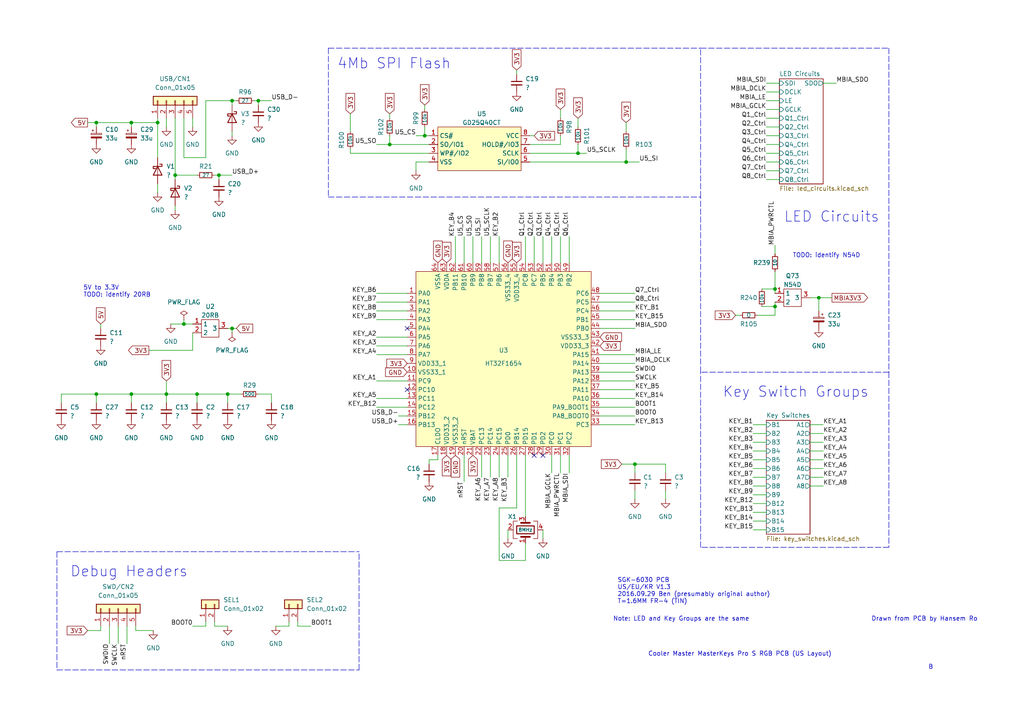
<source format=kicad_sch>
(kicad_sch (version 20211123) (generator eeschema)
  (paper "A4")
  (lib_symbols
    (symbol "Connector_Generic:Conn_01x02" (pin_names (offset 1.016) hide)
      (property "Reference" "J" (at 0 2.54 0))
      (property "Value" "Conn_01x02" (at 0 -5.08 0))
      (symbol "Conn_01x02_1_1"
        (rectangle (start -1.27 -2.413) (end 0 -2.667) (stroke (width 0.1524)))
        (rectangle (start -1.27 0.127) (end 0 -0.127) (stroke (width 0.1524)))
        (rectangle (start -1.27 1.27) (end 1.27 -3.81) (stroke (width 0.254)) (fill (type background)))
        (pin passive line (at -5.08 0 0) (length 3.81) (name "Pin_1") (number "1"))
        (pin passive line (at -5.08 -2.54 0) (length 3.81) (name "Pin_2") (number "2"))
      )
    )
    (symbol "Connector_Generic:Conn_01x05" (pin_names (offset 1.016) hide)
      (property "Reference" "J" (at 0 7.62 0))
      (property "Value" "Conn_01x05" (at 0 -7.62 0))
      (symbol "Conn_01x05_1_1"
        (rectangle (start -1.27 -4.953) (end 0 -5.207) (stroke (width 0.1524)))
        (rectangle (start -1.27 -2.413) (end 0 -2.667) (stroke (width 0.1524)))
        (rectangle (start -1.27 0.127) (end 0 -0.127) (stroke (width 0.1524)))
        (rectangle (start -1.27 2.667) (end 0 2.413) (stroke (width 0.1524)))
        (rectangle (start -1.27 5.207) (end 0 4.953) (stroke (width 0.1524)))
        (rectangle (start -1.27 6.35) (end 1.27 -6.35) (stroke (width 0.254)) (fill (type background)))
        (pin passive line (at -5.08 5.08 0) (length 3.81) (name "Pin_1") (number "1"))
        (pin passive line (at -5.08 2.54 0) (length 3.81) (name "Pin_2") (number "2"))
        (pin passive line (at -5.08 0 0) (length 3.81) (name "Pin_3") (number "3"))
        (pin passive line (at -5.08 -2.54 0) (length 3.81) (name "Pin_4") (number "4"))
        (pin passive line (at -5.08 -5.08 0) (length 3.81) (name "Pin_5") (number "5"))
      )
    )
    (symbol "Device:C_Polarized_Small" (pin_numbers hide) (pin_names (offset 0.254) hide)
      (property "Reference" "C" (at 0.254 1.778 0))
      (property "Value" "C_Polarized_Small" (at 0.254 -2.032 0))
      (symbol "C_Polarized_Small_0_1"
        (rectangle (start -1.524 -0.3048) (end 1.524 -0.6858) (fill (type outline)))
        (rectangle (start -1.524 0.6858) (end 1.524 0.3048))
        (polyline (pts (xy -1.27 1.524) (xy -0.762 1.524)))
        (polyline (pts (xy -1.016 1.27) (xy -1.016 1.778)))
      )
      (symbol "C_Polarized_Small_1_1"
        (pin passive line (at 0 2.54 270) (length 1.8542) (name "~") (number "1"))
        (pin passive line (at 0 -2.54 90) (length 1.8542) (name "~") (number "2"))
      )
    )
    (symbol "Device:C_Small" (pin_numbers hide) (pin_names (offset 0.254) hide)
      (property "Reference" "C" (at 0.254 1.778 0))
      (property "Value" "C_Small" (at 0.254 -2.032 0))
      (symbol "C_Small_0_1"
        (polyline (pts (xy -1.524 -0.508) (xy 1.524 -0.508)) (stroke (width 0.3302)))
        (polyline (pts (xy -1.524 0.508) (xy 1.524 0.508)) (stroke (width 0.3048)))
      )
      (symbol "C_Small_1_1"
        (pin passive line (at 0 2.54 270) (length 2.032) (name "~") (number "1"))
        (pin passive line (at 0 -2.54 90) (length 2.032) (name "~") (number "2"))
      )
    )
    (symbol "Device:Crystal_GND24" (pin_names (offset 1.016) hide)
      (property "Reference" "Y" (at 3.175 5.08 0))
      (property "Value" "Crystal_GND24" (at 3.175 3.175 0))
      (symbol "Crystal_GND24_0_1"
        (rectangle (start -1.143 2.54) (end 1.143 -2.54) (stroke (width 0.3048)))
        (polyline (pts (xy -2.54 0) (xy -2.032 0)))
        (polyline (pts (xy -2.032 -1.27) (xy -2.032 1.27)) (stroke (width 0.508)))
        (polyline (pts (xy 0 -3.81) (xy 0 -3.556)))
        (polyline (pts (xy 0 3.556) (xy 0 3.81)))
        (polyline (pts (xy 2.032 -1.27) (xy 2.032 1.27)) (stroke (width 0.508)))
        (polyline (pts (xy 2.032 0) (xy 2.54 0)))
        (polyline (pts (xy -2.54 -2.286) (xy -2.54 -3.556) (xy 2.54 -3.556) (xy 2.54 -2.286)))
        (polyline (pts (xy -2.54 2.286) (xy -2.54 3.556) (xy 2.54 3.556) (xy 2.54 2.286)))
      )
      (symbol "Crystal_GND24_1_1"
        (pin passive line (at -3.81 0 0) (length 1.27) (name "1") (number "1"))
        (pin passive line (at 0 5.08 270) (length 1.27) (name "2") (number "2"))
        (pin passive line (at 3.81 0 180) (length 1.27) (name "3") (number "3"))
        (pin passive line (at 0 -5.08 90) (length 1.27) (name "4") (number "4"))
      )
    )
    (symbol "Device:D_Schottky" (pin_numbers hide) (pin_names (offset 1.016) hide)
      (property "Reference" "D" (at 0 2.54 0))
      (property "Value" "D_Schottky" (at 0 -2.54 0))
      (symbol "D_Schottky_0_1"
        (polyline (pts (xy 1.27 0) (xy -1.27 0)))
        (polyline (pts (xy 1.27 1.27) (xy 1.27 -1.27) (xy -1.27 0) (xy 1.27 1.27)) (stroke (width 0.254)))
        (polyline (pts (xy -1.905 0.635) (xy -1.905 1.27) (xy -1.27 1.27) (xy -1.27 -1.27) (xy -0.635 -1.27) (xy -0.635 -0.635)) (stroke (width 0.254)))
      )
      (symbol "D_Schottky_1_1"
        (pin passive line (at -3.81 0 0) (length 2.54) (name "K") (number "1"))
        (pin passive line (at 3.81 0 180) (length 2.54) (name "A") (number "2"))
      )
    )
    (symbol "Device:R_Small" (pin_numbers hide) (pin_names (offset 0.254) hide)
      (property "Reference" "R" (at 0.762 0.508 0))
      (property "Value" "R_Small" (at 0.762 -1.016 0))
      (symbol "R_Small_0_1"
        (rectangle (start -0.762 1.778) (end 0.762 -1.778) (stroke (width 0.2032)))
      )
      (symbol "R_Small_1_1"
        (pin passive line (at 0 2.54 270) (length 0.762) (name "~") (number "1"))
        (pin passive line (at 0 -2.54 90) (length 0.762) (name "~") (number "2"))
      )
    )
    (symbol "GD25Q40C:GD25Q40C"
      (property "Reference" "U?" (at -11.43 7.62 0))
      (property "Value" "GD25Q40C" (at 8.89 -7.62 0))
      (symbol "GD25Q40C_0_1"
        (rectangle (start -12.7 6.35) (end 11.43 -6.35) (fill (type background)))
      )
      (symbol "GD25Q40C_1_1"
        (pin bidirectional line (at -15.24 3.81 0) (length 2.54) (name "CS#") (number "1"))
        (pin bidirectional line (at -15.24 1.27 0) (length 2.54) (name "SO/IO1") (number "2"))
        (pin bidirectional line (at -15.24 -1.27 0) (length 2.54) (name "WP#/IO2") (number "3"))
        (pin power_in line (at -15.24 -3.81 0) (length 2.54) (name "VSS") (number "4"))
        (pin bidirectional line (at 13.97 -3.81 180) (length 2.54) (name "SI/IO0") (number "5"))
        (pin bidirectional line (at 13.97 -1.27 180) (length 2.54) (name "SCLK") (number "6"))
        (pin bidirectional line (at 13.97 1.27 180) (length 2.54) (name "HOLD#/IO3") (number "7"))
        (pin power_in line (at 13.97 3.81 180) (length 2.54) (name "VCC") (number "8"))
      )
    )
    (symbol "HT32F1654:HT32F1654"
      (property "Reference" "U" (at -27.94 27.94 0))
      (property "Value" "HT32F1654" (at 26.67 -27.94 0))
      (symbol "HT32F1654_0_0"
        (pin bidirectional line (at -27.94 19.05 0) (length 2.54) (name "PA0") (number "1"))
        (pin power_in line (at -27.94 -3.81 0) (length 2.54) (name "VSS33_1") (number "10"))
        (pin bidirectional line (at -27.94 -6.35 0) (length 2.54) (name "PC9") (number "11"))
        (pin bidirectional line (at -27.94 -8.89 0) (length 2.54) (name "PC10") (number "12"))
        (pin bidirectional line (at -27.94 -11.43 0) (length 2.54) (name "PC11") (number "13"))
        (pin bidirectional line (at -27.94 -13.97 0) (length 2.54) (name "PC12") (number "14"))
        (pin bidirectional line (at -27.94 -16.51 0) (length 2.54) (name "PB12") (number "15"))
        (pin bidirectional line (at -27.94 -19.05 0) (length 2.54) (name "PB13") (number "16"))
        (pin bidirectional line (at -19.05 -27.94 90) (length 2.54) (name "CLDO") (number "17"))
        (pin power_in line (at -16.51 -27.94 90) (length 2.54) (name "VDD33_2") (number "18"))
        (pin power_in line (at -13.97 -27.94 90) (length 2.54) (name "VSS33_2") (number "19"))
        (pin bidirectional line (at -27.94 16.51 0) (length 2.54) (name "PA1") (number "2"))
        (pin input line (at -11.43 -27.94 90) (length 2.54) (name "nRST") (number "20"))
        (pin power_in line (at -8.89 -27.94 90) (length 2.54) (name "VBAT") (number "21"))
        (pin bidirectional line (at -6.35 -27.94 90) (length 2.54) (name "PC13") (number "22"))
        (pin bidirectional line (at -3.81 -27.94 90) (length 2.54) (name "PC14") (number "23"))
        (pin bidirectional line (at -1.27 -27.94 90) (length 2.54) (name "PC15") (number "24"))
        (pin bidirectional line (at 1.27 -27.94 90) (length 2.54) (name "PD0") (number "25"))
        (pin bidirectional line (at 3.81 -27.94 90) (length 2.54) (name "PB14") (number "26"))
        (pin bidirectional line (at 6.35 -27.94 90) (length 2.54) (name "PD15") (number "27"))
        (pin bidirectional line (at 8.89 -27.94 90) (length 2.54) (name "PD1") (number "28"))
        (pin bidirectional line (at 11.43 -27.94 90) (length 2.54) (name "PD2") (number "29"))
        (pin bidirectional line (at -27.94 13.97 0) (length 2.54) (name "PA2") (number "3"))
        (pin bidirectional line (at 13.97 -27.94 90) (length 2.54) (name "PC0") (number "30"))
        (pin bidirectional line (at 16.51 -27.94 90) (length 2.54) (name "PC1") (number "31"))
        (pin bidirectional line (at 19.05 -27.94 90) (length 2.54) (name "PC2") (number "32"))
        (pin bidirectional line (at 27.94 -19.05 180) (length 2.54) (name "PC3") (number "33"))
        (pin bidirectional line (at 27.94 -16.51 180) (length 2.54) (name "PA8_BOOT0") (number "34"))
        (pin bidirectional line (at 27.94 -13.97 180) (length 2.54) (name "PA9_BOOT1") (number "35"))
        (pin bidirectional line (at 27.94 -11.43 180) (length 2.54) (name "PA10") (number "36"))
        (pin bidirectional line (at 27.94 -8.89 180) (length 2.54) (name "PA11") (number "37"))
        (pin bidirectional line (at 27.94 -6.35 180) (length 2.54) (name "PA12") (number "38"))
        (pin bidirectional line (at 27.94 -3.81 180) (length 2.54) (name "PA13") (number "39"))
        (pin bidirectional line (at -27.94 11.43 0) (length 2.54) (name "PA3") (number "4"))
        (pin bidirectional line (at 27.94 -1.27 180) (length 2.54) (name "PA14") (number "40"))
        (pin bidirectional line (at 27.94 1.27 180) (length 2.54) (name "PA15") (number "41"))
        (pin power_in line (at 27.94 3.81 180) (length 2.54) (name "VDD33_3") (number "42"))
        (pin power_in line (at 27.94 6.35 180) (length 2.54) (name "VSS33_3") (number "43"))
        (pin bidirectional line (at 27.94 8.89 180) (length 2.54) (name "PB0") (number "44"))
        (pin bidirectional line (at 27.94 11.43 180) (length 2.54) (name "PB1") (number "45"))
        (pin bidirectional line (at 27.94 13.97 180) (length 2.54) (name "PC4") (number "46"))
        (pin bidirectional line (at 27.94 16.51 180) (length 2.54) (name "PC5") (number "47"))
        (pin bidirectional line (at 27.94 19.05 180) (length 2.54) (name "PC6") (number "48"))
        (pin bidirectional line (at 19.05 27.94 270) (length 2.54) (name "PB2") (number "49"))
        (pin bidirectional line (at -27.94 8.89 0) (length 2.54) (name "PA4") (number "5"))
        (pin bidirectional line (at 16.51 27.94 270) (length 2.54) (name "PB3") (number "50"))
        (pin bidirectional line (at 13.97 27.94 270) (length 2.54) (name "PB4") (number "51"))
        (pin bidirectional line (at 11.43 27.94 270) (length 2.54) (name "PB5") (number "52"))
        (pin bidirectional line (at 8.89 27.94 270) (length 2.54) (name "PC7") (number "53"))
        (pin bidirectional line (at 6.35 27.94 270) (length 2.54) (name "PC8") (number "54"))
        (pin power_in line (at 3.81 27.94 270) (length 2.54) (name "VDD33_4") (number "55"))
        (pin power_in line (at 1.27 27.94 270) (length 2.54) (name "VSS33_4") (number "56"))
        (pin bidirectional line (at -1.27 27.94 270) (length 2.54) (name "PB6") (number "57"))
        (pin bidirectional line (at -3.81 27.94 270) (length 2.54) (name "PB7") (number "58"))
        (pin bidirectional line (at -6.35 27.94 270) (length 2.54) (name "PB8") (number "59"))
        (pin bidirectional line (at -27.94 6.35 0) (length 2.54) (name "PA5") (number "6"))
        (pin bidirectional line (at -8.89 27.94 270) (length 2.54) (name "PB9") (number "60"))
        (pin bidirectional line (at -11.43 27.94 270) (length 2.54) (name "PB10") (number "61"))
        (pin bidirectional line (at -13.97 27.94 270) (length 2.54) (name "PB11") (number "62"))
        (pin power_in line (at -16.51 27.94 270) (length 2.54) (name "VDDA") (number "63"))
        (pin power_in line (at -19.05 27.94 270) (length 2.54) (name "VSSA") (number "64"))
        (pin bidirectional line (at -27.94 3.81 0) (length 2.54) (name "PA6") (number "7"))
        (pin bidirectional line (at -27.94 1.27 0) (length 2.54) (name "PA7") (number "8"))
        (pin power_in line (at -27.94 -1.27 0) (length 2.54) (name "VDD33_1") (number "9"))
      )
      (symbol "HT32F1654_0_1"
        (rectangle (start -25.4 -25.4) (end 25.4 25.4) (fill (type background)))
      )
    )
    (symbol "SMD_components:20RB"
      (property "Reference" "U" (at -2.54 3.81 0))
      (property "Value" "20RB" (at 0 -3.81 0))
      (symbol "20RB_0_0"
        (pin power_in line (at -5.08 1.27 0) (length 2.54) (name "1") (number "1"))
        (pin power_out line (at -5.08 -1.27 0) (length 2.54) (name "2") (number "2"))
        (pin power_in line (at 5.08 0 180) (length 2.54) (name "3") (number "3"))
      )
      (symbol "20RB_0_1"
        (rectangle (start -2.54 2.54) (end 2.54 -2.54))
      )
    )
    (symbol "SMD_components:N54D"
      (property "Reference" "U" (at -2.54 3.81 0))
      (property "Value" "N54D" (at 0 -3.81 0))
      (symbol "N54D_0_0"
        (pin unspecified line (at -5.08 1.27 0) (length 2.54) (name "1") (number "1"))
        (pin unspecified line (at -5.08 -1.27 0) (length 2.54) (name "2") (number "2"))
        (pin unspecified line (at 5.08 0 180) (length 2.54) (name "3") (number "3"))
      )
      (symbol "N54D_0_1"
        (rectangle (start -2.54 2.54) (end 2.54 -2.54))
      )
    )
    (symbol "power:GND" (power) (pin_names (offset 0))
      (property "Value" "GND" (at 0 -3.81 0))
      (symbol "GND_0_1"
        (polyline (pts (xy 0 0) (xy 0 -1.27) (xy 1.27 -1.27) (xy 0 -2.54) (xy -1.27 -1.27) (xy 0 -1.27)))
      )
      (symbol "GND_1_1"
        (pin power_in line (at 0 0 270) (length 0) hide (name "GND") (number "1"))
      )
    )
    (symbol "power:PWR_FLAG" (power) (pin_numbers hide) (pin_names (offset 0) hide)
      (property "Value" "PWR_FLAG" (at 0 3.81 0))
      (symbol "PWR_FLAG_0_0"
        (pin power_out line (at 0 0 90) (length 0) (name "pwr") (number "1"))
      )
      (symbol "PWR_FLAG_0_1"
        (polyline (pts (xy 0 0) (xy 0 1.27) (xy -1.016 1.905) (xy 0 2.54) (xy 1.016 1.905) (xy 0 1.27)))
      )
    )
  )
  (junction (at 67.31 95.25))
  (junction (at 224.79 88.9))
  (junction (at 123.19 39.37))
  (junction (at 27.94 114.3))
  (junction (at 66.04 114.3))
  (junction (at 113.03 41.91))
  (junction (at 38.1 114.3))
  (junction (at 50.8 50.8))
  (junction (at 45.72 35.56))
  (junction (at 38.1 35.56))
  (junction (at 53.34 93.98))
  (junction (at 74.93 29.21))
  (junction (at 224.79 83.82))
  (junction (at 48.26 114.3))
  (junction (at 67.31 29.21))
  (junction (at 181.61 46.99))
  (junction (at 27.94 35.56))
  (junction (at 184.15 134.62))
  (junction (at 63.5 50.8))
  (junction (at 57.15 114.3))
  (junction (at 237.49 86.36))
  (junction (at 167.64 44.45))
  (no_connect (at 118.11 95.25))
  (no_connect (at 118.11 113.03))
  (no_connect (at 154.94 132.08))
  (no_connect (at 157.48 132.08))
  (wire (pts (xy 74.93 114.3) (xy 78.74 114.3)))
  (wire (pts (xy 193.04 134.62) (xy 193.04 137.16)))
  (wire (pts (xy 222.25 39.37) (xy 226.06 39.37)))
  (wire (pts (xy 50.8 52.07) (xy 50.8 50.8)))
  (wire (pts (xy 218.44 123.19) (xy 222.25 123.19)))
  (wire (pts (xy 184.15 134.62) (xy 193.04 134.62)))
  (polyline (pts (xy 203.2 13.97) (xy 257.81 13.97)))
  (wire (pts (xy 109.22 118.11) (xy 118.11 118.11)))
  (wire (pts (xy 214.63 91.44) (xy 213.36 91.44)))
  (wire (pts (xy 234.95 128.27) (xy 238.76 128.27)))
  (wire (pts (xy 222.25 46.99) (xy 226.06 46.99)))
  (wire (pts (xy 101.6 43.18) (xy 101.6 44.45)))
  (wire (pts (xy 218.44 125.73) (xy 222.25 125.73)))
  (polyline (pts (xy 16.51 160.02) (xy 16.51 194.31)))
  (wire (pts (xy 45.72 34.29) (xy 45.72 35.56)))
  (wire (pts (xy 139.7 132.08) (xy 139.7 138.43)))
  (polyline (pts (xy 203.2 57.15) (xy 203.2 13.97)))
  (wire (pts (xy 165.1 132.08) (xy 165.1 137.16)))
  (wire (pts (xy 50.8 34.29) (xy 50.8 50.8)))
  (wire (pts (xy 157.48 153.67) (xy 157.48 156.21)))
  (wire (pts (xy 160.02 68.58) (xy 160.02 76.2)))
  (wire (pts (xy 222.25 36.83) (xy 226.06 36.83)))
  (wire (pts (xy 218.44 133.35) (xy 222.25 133.35)))
  (wire (pts (xy 53.34 92.71) (xy 53.34 93.98)))
  (wire (pts (xy 67.31 95.25) (xy 67.31 96.52)))
  (wire (pts (xy 142.24 68.58) (xy 142.24 76.2)))
  (wire (pts (xy 120.65 49.53) (xy 120.65 46.99)))
  (wire (pts (xy 173.99 85.09) (xy 184.15 85.09)))
  (wire (pts (xy 127 133.35) (xy 127 132.08)))
  (wire (pts (xy 224.79 83.82) (xy 220.98 83.82)))
  (wire (pts (xy 193.04 144.78) (xy 193.04 142.24)))
  (wire (pts (xy 218.44 153.67) (xy 222.25 153.67)))
  (wire (pts (xy 124.46 133.35) (xy 127 133.35)))
  (wire (pts (xy 162.56 31.75) (xy 162.56 34.29)))
  (wire (pts (xy 222.25 52.07) (xy 226.06 52.07)))
  (wire (pts (xy 234.95 123.19) (xy 238.76 123.19)))
  (wire (pts (xy 162.56 39.37) (xy 162.56 41.91)))
  (wire (pts (xy 62.23 181.61) (xy 66.04 181.61)))
  (wire (pts (xy 49.53 93.98) (xy 53.34 93.98)))
  (wire (pts (xy 218.44 135.89) (xy 222.25 135.89)))
  (wire (pts (xy 36.83 181.61) (xy 36.83 186.69)))
  (wire (pts (xy 162.56 132.08) (xy 162.56 137.16)))
  (wire (pts (xy 109.22 110.49) (xy 118.11 110.49)))
  (wire (pts (xy 120.65 46.99) (xy 124.46 46.99)))
  (wire (pts (xy 48.26 110.49) (xy 48.26 114.3)))
  (wire (pts (xy 27.94 114.3) (xy 27.94 116.84)))
  (wire (pts (xy 224.79 91.44) (xy 219.71 91.44)))
  (wire (pts (xy 34.29 181.61) (xy 34.29 186.69)))
  (wire (pts (xy 153.67 41.91) (xy 162.56 41.91)))
  (wire (pts (xy 27.94 36.83) (xy 27.94 35.56)))
  (wire (pts (xy 109.22 90.17) (xy 118.11 90.17)))
  (wire (pts (xy 173.99 107.95) (xy 184.15 107.95)))
  (polyline (pts (xy 95.25 13.97) (xy 95.25 57.15)))
  (wire (pts (xy 173.99 92.71) (xy 184.15 92.71)))
  (wire (pts (xy 109.22 85.09) (xy 118.11 85.09)))
  (wire (pts (xy 218.44 151.13) (xy 222.25 151.13)))
  (wire (pts (xy 144.78 68.58) (xy 144.78 76.2)))
  (wire (pts (xy 152.4 68.58) (xy 152.4 76.2)))
  (wire (pts (xy 59.69 45.72) (xy 59.69 29.21)))
  (wire (pts (xy 184.15 144.78) (xy 184.15 142.24)))
  (wire (pts (xy 184.15 137.16) (xy 184.15 134.62)))
  (wire (pts (xy 180.34 134.62) (xy 184.15 134.62)))
  (wire (pts (xy 109.22 41.91) (xy 113.03 41.91)))
  (wire (pts (xy 218.44 140.97) (xy 222.25 140.97)))
  (wire (pts (xy 149.86 20.32) (xy 149.86 21.59)))
  (wire (pts (xy 78.74 114.3) (xy 78.74 116.84)))
  (wire (pts (xy 109.22 102.87) (xy 118.11 102.87)))
  (wire (pts (xy 181.61 46.99) (xy 185.42 46.99)))
  (wire (pts (xy 115.57 120.65) (xy 118.11 120.65)))
  (wire (pts (xy 80.01 181.61) (xy 83.82 181.61)))
  (wire (pts (xy 222.25 31.75) (xy 226.06 31.75)))
  (wire (pts (xy 113.03 33.02) (xy 113.03 34.29)))
  (wire (pts (xy 101.6 33.02) (xy 101.6 38.1)))
  (wire (pts (xy 29.21 93.98) (xy 29.21 95.25)))
  (polyline (pts (xy 257.81 107.95) (xy 257.81 158.75)))
  (wire (pts (xy 137.16 68.58) (xy 137.16 76.2)))
  (wire (pts (xy 25.4 35.56) (xy 27.94 35.56)))
  (wire (pts (xy 222.25 49.53) (xy 226.06 49.53)))
  (wire (pts (xy 160.02 132.08) (xy 160.02 137.16)))
  (wire (pts (xy 134.62 132.08) (xy 134.62 139.7)))
  (wire (pts (xy 173.99 120.65) (xy 184.15 120.65)))
  (wire (pts (xy 147.32 153.67) (xy 147.32 156.21)))
  (wire (pts (xy 109.22 92.71) (xy 118.11 92.71)))
  (wire (pts (xy 63.5 50.8) (xy 63.5 52.07)))
  (polyline (pts (xy 203.2 107.95) (xy 203.2 57.15)))
  (wire (pts (xy 48.26 34.29) (xy 48.26 36.83)))
  (polyline (pts (xy 95.25 57.15) (xy 203.2 57.15)))
  (wire (pts (xy 55.88 96.52) (xy 55.88 101.6)))
  (polyline (pts (xy 95.25 13.97) (xy 203.2 13.97)))
  (wire (pts (xy 45.72 35.56) (xy 45.72 45.72)))
  (wire (pts (xy 234.95 135.89) (xy 238.76 135.89)))
  (polyline (pts (xy 257.81 107.95) (xy 203.2 107.95)))
  (wire (pts (xy 17.78 114.3) (xy 27.94 114.3)))
  (wire (pts (xy 144.78 147.32) (xy 149.86 147.32)))
  (wire (pts (xy 152.4 157.48) (xy 152.4 162.56)))
  (wire (pts (xy 45.72 53.34) (xy 45.72 55.88)))
  (wire (pts (xy 55.88 93.98) (xy 53.34 93.98)))
  (wire (pts (xy 222.25 41.91) (xy 226.06 41.91)))
  (wire (pts (xy 66.04 114.3) (xy 69.85 114.3)))
  (wire (pts (xy 59.69 181.61) (xy 55.88 181.61)))
  (wire (pts (xy 109.22 100.33) (xy 118.11 100.33)))
  (wire (pts (xy 153.67 39.37) (xy 154.94 39.37)))
  (wire (pts (xy 222.25 34.29) (xy 226.06 34.29)))
  (wire (pts (xy 113.03 41.91) (xy 124.46 41.91)))
  (wire (pts (xy 181.61 38.1) (xy 181.61 35.56)))
  (wire (pts (xy 17.78 116.84) (xy 17.78 114.3)))
  (wire (pts (xy 237.49 86.36) (xy 237.49 90.17)))
  (wire (pts (xy 167.64 44.45) (xy 170.18 44.45)))
  (wire (pts (xy 67.31 29.21) (xy 67.31 30.48)))
  (wire (pts (xy 123.19 30.48) (xy 123.19 31.75)))
  (wire (pts (xy 134.62 68.58) (xy 134.62 76.2)))
  (wire (pts (xy 224.79 83.82) (xy 224.79 78.74)))
  (wire (pts (xy 123.19 39.37) (xy 124.46 39.37)))
  (wire (pts (xy 152.4 132.08) (xy 152.4 149.86)))
  (wire (pts (xy 237.49 86.36) (xy 241.3 86.36)))
  (wire (pts (xy 234.95 130.81) (xy 238.76 130.81)))
  (wire (pts (xy 74.93 29.21) (xy 78.74 29.21)))
  (wire (pts (xy 153.67 44.45) (xy 167.64 44.45)))
  (wire (pts (xy 120.65 39.37) (xy 123.19 39.37)))
  (wire (pts (xy 173.99 95.25) (xy 184.15 95.25)))
  (polyline (pts (xy 16.51 194.31) (xy 104.14 194.31)))
  (wire (pts (xy 152.4 162.56) (xy 144.78 162.56)))
  (polyline (pts (xy 16.51 160.02) (xy 104.14 160.02)))
  (wire (pts (xy 50.8 50.8) (xy 57.15 50.8)))
  (wire (pts (xy 139.7 68.58) (xy 139.7 76.2)))
  (wire (pts (xy 149.86 147.32) (xy 149.86 132.08)))
  (wire (pts (xy 113.03 39.37) (xy 113.03 41.91)))
  (wire (pts (xy 109.22 115.57) (xy 118.11 115.57)))
  (wire (pts (xy 218.44 148.59) (xy 222.25 148.59)))
  (wire (pts (xy 234.95 133.35) (xy 238.76 133.35)))
  (polyline (pts (xy 257.81 158.75) (xy 203.2 158.75)))
  (wire (pts (xy 109.22 97.79) (xy 118.11 97.79)))
  (wire (pts (xy 132.08 68.58) (xy 132.08 76.2)))
  (wire (pts (xy 109.22 87.63) (xy 118.11 87.63)))
  (wire (pts (xy 234.95 86.36) (xy 237.49 86.36)))
  (wire (pts (xy 173.99 90.17) (xy 184.15 90.17)))
  (wire (pts (xy 101.6 44.45) (xy 124.46 44.45)))
  (wire (pts (xy 167.64 41.91) (xy 167.64 44.45)))
  (wire (pts (xy 67.31 29.21) (xy 68.58 29.21)))
  (wire (pts (xy 53.34 45.72) (xy 59.69 45.72)))
  (polyline (pts (xy 257.81 13.97) (xy 257.81 107.95)))
  (wire (pts (xy 53.34 34.29) (xy 53.34 45.72)))
  (wire (pts (xy 173.99 105.41) (xy 184.15 105.41)))
  (wire (pts (xy 86.36 181.61) (xy 90.17 181.61)))
  (wire (pts (xy 142.24 132.08) (xy 142.24 138.43)))
  (wire (pts (xy 31.75 181.61) (xy 31.75 186.69)))
  (wire (pts (xy 27.94 35.56) (xy 38.1 35.56)))
  (wire (pts (xy 173.99 102.87) (xy 184.15 102.87)))
  (wire (pts (xy 224.79 85.09) (xy 224.79 83.82)))
  (wire (pts (xy 224.79 87.63) (xy 224.79 88.9)))
  (wire (pts (xy 38.1 116.84) (xy 38.1 114.3)))
  (wire (pts (xy 157.48 68.58) (xy 157.48 76.2)))
  (polyline (pts (xy 203.2 158.75) (xy 203.2 107.95)))
  (wire (pts (xy 218.44 130.81) (xy 222.25 130.81)))
  (wire (pts (xy 25.4 182.88) (xy 29.21 182.88)))
  (wire (pts (xy 45.72 35.56) (xy 38.1 35.56)))
  (wire (pts (xy 222.25 26.67) (xy 226.06 26.67)))
  (wire (pts (xy 57.15 114.3) (xy 57.15 116.84)))
  (wire (pts (xy 224.79 73.66) (xy 224.79 71.12)))
  (wire (pts (xy 66.04 95.25) (xy 67.31 95.25)))
  (wire (pts (xy 144.78 132.08) (xy 144.78 138.43)))
  (wire (pts (xy 144.78 162.56) (xy 144.78 147.32)))
  (wire (pts (xy 224.79 88.9) (xy 220.98 88.9)))
  (wire (pts (xy 48.26 114.3) (xy 57.15 114.3)))
  (wire (pts (xy 74.93 29.21) (xy 74.93 30.48)))
  (wire (pts (xy 55.88 101.6) (xy 43.18 101.6)))
  (wire (pts (xy 55.88 34.29) (xy 55.88 36.83)))
  (wire (pts (xy 222.25 24.13) (xy 226.06 24.13)))
  (wire (pts (xy 173.99 115.57) (xy 184.15 115.57)))
  (wire (pts (xy 242.57 24.13) (xy 238.76 24.13)))
  (wire (pts (xy 50.8 60.96) (xy 50.8 59.69)))
  (wire (pts (xy 27.94 114.3) (xy 38.1 114.3)))
  (wire (pts (xy 62.23 180.34) (xy 62.23 181.61)))
  (polyline (pts (xy 104.14 194.31) (xy 104.14 160.02)))
  (wire (pts (xy 234.95 138.43) (xy 238.76 138.43)))
  (wire (pts (xy 167.64 34.29) (xy 167.64 36.83)))
  (wire (pts (xy 73.66 29.21) (xy 74.93 29.21)))
  (wire (pts (xy 165.1 68.58) (xy 165.1 76.2)))
  (wire (pts (xy 39.37 182.88) (xy 44.45 182.88)))
  (wire (pts (xy 48.26 116.84) (xy 48.26 114.3)))
  (wire (pts (xy 218.44 128.27) (xy 222.25 128.27)))
  (wire (pts (xy 173.99 110.49) (xy 184.15 110.49)))
  (wire (pts (xy 147.32 132.08) (xy 147.32 138.43)))
  (wire (pts (xy 173.99 123.19) (xy 184.15 123.19)))
  (wire (pts (xy 218.44 143.51) (xy 222.25 143.51)))
  (wire (pts (xy 123.19 36.83) (xy 123.19 39.37)))
  (wire (pts (xy 218.44 146.05) (xy 222.25 146.05)))
  (wire (pts (xy 62.23 50.8) (xy 63.5 50.8)))
  (wire (pts (xy 63.5 50.8) (xy 67.31 50.8)))
  (wire (pts (xy 224.79 88.9) (xy 224.79 91.44)))
  (wire (pts (xy 29.21 182.88) (xy 29.21 181.61)))
  (wire (pts (xy 38.1 114.3) (xy 48.26 114.3)))
  (wire (pts (xy 83.82 181.61) (xy 83.82 180.34)))
  (wire (pts (xy 59.69 29.21) (xy 67.31 29.21)))
  (wire (pts (xy 154.94 68.58) (xy 154.94 76.2)))
  (wire (pts (xy 222.25 44.45) (xy 226.06 44.45)))
  (wire (pts (xy 173.99 113.03) (xy 184.15 113.03)))
  (wire (pts (xy 57.15 114.3) (xy 66.04 114.3)))
  (wire (pts (xy 173.99 87.63) (xy 184.15 87.63)))
  (wire (pts (xy 234.95 125.73) (xy 238.76 125.73)))
  (wire (pts (xy 222.25 29.21) (xy 226.06 29.21)))
  (wire (pts (xy 181.61 43.18) (xy 181.61 46.99)))
  (wire (pts (xy 124.46 133.35) (xy 124.46 134.62)))
  (wire (pts (xy 67.31 39.37) (xy 67.31 38.1)))
  (wire (pts (xy 218.44 138.43) (xy 222.25 138.43)))
  (wire (pts (xy 38.1 35.56) (xy 38.1 36.83)))
  (wire (pts (xy 173.99 118.11) (xy 184.15 118.11)))
  (wire (pts (xy 115.57 123.19) (xy 118.11 123.19)))
  (wire (pts (xy 86.36 180.34) (xy 86.36 181.61)))
  (wire (pts (xy 153.67 46.99) (xy 181.61 46.99)))
  (wire (pts (xy 59.69 180.34) (xy 59.69 181.61)))
  (wire (pts (xy 234.95 140.97) (xy 238.76 140.97)))
  (wire (pts (xy 67.31 95.25) (xy 68.58 95.25)))
  (wire (pts (xy 162.56 68.58) (xy 162.56 76.2)))
  (wire (pts (xy 66.04 116.84) (xy 66.04 114.3)))
  (wire (pts (xy 39.37 181.61) (xy 39.37 182.88)))
  (text "TODO: identify N54D" (at 229.87 74.93 0) (effects (font (size 1.27 1.27)) (justify left bottom)))
  (text "4Mb SPI Flash" (at 97.79 20.32 0) (effects (font (size 3 3)) (justify left bottom)))
  (text "Cooler Master MasterKeys Pro S RGB PCB (US Layout)" (at 187.96 190.5 0) (effects (font (size 1.27 1.27)) (justify left bottom)))
  (text "LED Circuits" (at 227.33 64.77 0) (effects (font (size 3 3)) (justify left bottom)))
  (text "Key Switch Groups" (at 209.55 115.57 0) (effects (font (size 3 3)) (justify left bottom)))
  (text "B" (at 269.24 194.31 0) (effects (font (size 1.27 1.27)) (justify left bottom)))
  (text "Debug Headers" (at 20.32 167.64 0) (effects (font (size 3 3)) (justify left bottom)))
  (text "SGK-6030 PCB\nUS/EU/KR V1.3\n2016.09.29 Ben (presumably original author)\nT=1.6MM FR-4 (TIN)" (at 179.07 175.26 0) (effects (font (size 1.27 1.27)) (justify left bottom)))
  (text "Note: LED and Key Groups are the same" (at 177.8 180.34 0) (effects (font (size 1.27 1.27)) (justify left bottom)))
  (text "5V to 3.3V\nTODO: identify 20RB" (at 24.13 86.36 0) (effects (font (size 1.27 1.27)) (justify left bottom)))
  (text "Drawn from PCB by Hansem Ro" (at 252.73 180.34 0) (effects (font (size 1.27 1.27)) (justify left bottom)))
  (label "U5_SI" (at 139.7 68.58 90))
  (label "KEY_B7" (at 109.22 87.63 180))
  (label "KEY_B6" (at 109.22 85.09 180))
  (label "KEY_B4" (at 132.08 68.58 90))
  (label "KEY_A4" (at 238.76 130.81 0))
  (label "KEY_A2" (at 238.76 125.73 0))
  (label "U5_SO" (at 109.22 41.91 180))
  (label "KEY_B15" (at 184.15 92.71 0))
  (label "KEY_A5" (at 238.76 133.35 0))
  (label "BOOT1" (at 184.15 118.11 0))
  (label "U5_SCLK" (at 170.18 44.45 0))
  (label "KEY_B3" (at 147.32 138.43 270))
  (label "MBIA_GCLK" (at 160.02 137.16 270))
  (label "Q7_Ctrl" (at 222.25 49.53 180))
  (label "KEY_B5" (at 218.44 133.35 180))
  (label "Q1_Ctrl" (at 152.4 68.58 90))
  (label "KEY_A3" (at 238.76 128.27 0))
  (label "USB_D+" (at 67.31 50.8 0))
  (label "KEY_B2" (at 144.78 68.58 90))
  (label "KEY_B3" (at 218.44 128.27 180))
  (label "MBIA_LE" (at 222.25 29.21 180))
  (label "Q1_Ctrl" (at 222.25 34.29 180))
  (label "KEY_B1" (at 218.44 123.19 180))
  (label "Q8_Ctrl" (at 222.25 52.07 180))
  (label "Q2_Ctrl" (at 222.25 36.83 180))
  (label "KEY_B9" (at 218.44 143.51 180))
  (label "KEY_B13" (at 218.44 148.59 180))
  (label "KEY_B14" (at 218.44 151.13 180))
  (label "KEY_B5" (at 184.15 113.03 0))
  (label "SWCLK" (at 34.29 186.69 270))
  (label "U5_SI" (at 185.42 46.99 0))
  (label "U5_SO" (at 137.16 68.58 90))
  (label "U5_CS" (at 134.62 68.58 90))
  (label "KEY_A6" (at 139.7 138.43 270))
  (label "MBIA_LE" (at 184.15 102.87 0))
  (label "Q8_Ctrl" (at 184.15 87.63 0))
  (label "Q5_Ctrl" (at 162.56 68.58 90))
  (label "SWDIO" (at 31.75 186.69 270))
  (label "KEY_A8" (at 144.78 138.43 270))
  (label "KEY_B7" (at 218.44 138.43 180))
  (label "Q3_Ctrl" (at 222.25 39.37 180))
  (label "KEY_B8" (at 218.44 140.97 180))
  (label "Q5_Ctrl" (at 222.25 44.45 180))
  (label "MBIA_SDO" (at 242.57 24.13 0))
  (label "KEY_B6" (at 218.44 135.89 180))
  (label "USB_D-" (at 115.57 120.65 180))
  (label "BOOT1" (at 90.17 181.61 0))
  (label "Q7_Ctrl" (at 184.15 85.09 0))
  (label "KEY_B4" (at 218.44 130.81 180))
  (label "KEY_B8" (at 109.22 90.17 180))
  (label "USB_D+" (at 115.57 123.19 180))
  (label "KEY_A8" (at 238.76 140.97 0))
  (label "KEY_B15" (at 218.44 153.67 180))
  (label "MBIA_PWRCTL" (at 224.79 71.12 90))
  (label "KEY_A5" (at 109.22 115.57 180))
  (label "KEY_B9" (at 109.22 92.71 180))
  (label "KEY_B2" (at 218.44 125.73 180))
  (label "Q3_Ctrl" (at 157.48 68.58 90))
  (label "Q6_Ctrl" (at 222.25 46.99 180))
  (label "KEY_B12" (at 218.44 146.05 180))
  (label "KEY_B14" (at 184.15 115.57 0))
  (label "MBIA_SDO" (at 184.15 95.25 0))
  (label "BOOT0" (at 184.15 120.65 0))
  (label "nRST" (at 36.83 186.69 270))
  (label "KEY_B13" (at 184.15 123.19 0))
  (label "MBIA_DCLK" (at 184.15 105.41 0))
  (label "MBIA_SDI" (at 222.25 24.13 180))
  (label "KEY_A2" (at 109.22 97.79 180))
  (label "MBIA_SDI" (at 165.1 137.16 270))
  (label "KEY_A1" (at 238.76 123.19 0))
  (label "KEY_A3" (at 109.22 100.33 180))
  (label "U5_CS" (at 120.65 39.37 180))
  (label "MBIA_PWRCTL" (at 162.56 137.16 270))
  (label "KEY_A1" (at 109.22 110.49 180))
  (label "MBIA_DCLK" (at 222.25 26.67 180))
  (label "Q4_Ctrl" (at 222.25 41.91 180))
  (label "Q2_Ctrl" (at 154.94 68.58 90))
  (label "MBIA_GCLK" (at 222.25 31.75 180))
  (label "KEY_B12" (at 109.22 118.11 180))
  (label "KEY_A4" (at 109.22 102.87 180))
  (label "KEY_A6" (at 238.76 135.89 0))
  (label "KEY_A7" (at 238.76 138.43 0))
  (label "KEY_B1" (at 184.15 90.17 0))
  (label "Q4_Ctrl" (at 160.02 68.58 90))
  (label "nRST" (at 134.62 139.7 270))
  (label "KEY_A7" (at 142.24 138.43 270))
  (label "SWDIO" (at 184.15 107.95 0))
  (label "BOOT0" (at 55.88 181.61 180))
  (label "U5_SCLK" (at 142.24 68.58 90))
  (label "Q6_Ctrl" (at 165.1 68.58 90))
  (label "SWCLK" (at 184.15 110.49 0))
  (label "USB_D-" (at 78.74 29.21 0))
  (global_label "3V3" (shape input) (at 180.34 134.62 180) (property "Intersheet References" "${INTERSHEET_REFS}" (effects hide)))
  (global_label "3V3" (shape input) (at 25.4 182.88 180) (property "Intersheet References" "${INTERSHEET_REFS}" (effects hide)))
  (global_label "GND" (shape input) (at 173.99 97.79 0) (property "Intersheet References" "${INTERSHEET_REFS}" (effects hide)))
  (global_label "3V3" (shape input) (at 181.61 35.56 90) (property "Intersheet References" "${INTERSHEET_REFS}" (effects hide)))
  (global_label "3V3" (shape input) (at 113.03 33.02 90) (property "Intersheet References" "${INTERSHEET_REFS}" (effects hide)))
  (global_label "3V3" (shape input) (at 129.54 76.2 90) (property "Intersheet References" "${INTERSHEET_REFS}" (effects hide)))
  (global_label "5V" (shape input) (at 68.58 95.25 0) (property "Intersheet References" "${INTERSHEET_REFS}" (effects hide)))
  (global_label "5V" (shape input) (at 29.21 93.98 90) (property "Intersheet References" "${INTERSHEET_REFS}" (effects hide)))
  (global_label "3V3" (shape input) (at 154.94 39.37 0) (property "Intersheet References" "${INTERSHEET_REFS}" (effects hide)))
  (global_label "GND" (shape input) (at 118.11 107.95 180) (property "Intersheet References" "${INTERSHEET_REFS}" (effects hide)))
  (global_label "3V3" (shape input) (at 162.56 31.75 90) (property "Intersheet References" "${INTERSHEET_REFS}" (effects hide)))
  (global_label "3V3" (shape input) (at 101.6 33.02 90) (property "Intersheet References" "${INTERSHEET_REFS}" (effects hide)))
  (global_label "MBIA3V3" (shape output) (at 241.3 86.36 0) (property "Intersheet References" "${INTERSHEET_REFS}" (effects hide)))
  (global_label "5V" (shape output) (at 25.4 35.56 180) (property "Intersheet References" "${INTERSHEET_REFS}" (effects hide)))
  (global_label "3V3" (shape input) (at 118.11 105.41 180) (property "Intersheet References" "${INTERSHEET_REFS}" (effects hide)))
  (global_label "GND" (shape input) (at 132.08 132.08 270) (property "Intersheet References" "${INTERSHEET_REFS}" (effects hide)))
  (global_label "3V3" (shape input) (at 167.64 34.29 90) (property "Intersheet References" "${INTERSHEET_REFS}" (effects hide)))
  (global_label "3V3" (shape input) (at 129.54 132.08 270) (property "Intersheet References" "${INTERSHEET_REFS}" (effects hide)))
  (global_label "3V3" (shape input) (at 149.86 76.2 90) (property "Intersheet References" "${INTERSHEET_REFS}" (effects hide)))
  (global_label "3V3" (shape output) (at 43.18 101.6 180) (property "Intersheet References" "${INTERSHEET_REFS}" (effects hide)))
  (global_label "3V3" (shape input) (at 213.36 91.44 180) (property "Intersheet References" "${INTERSHEET_REFS}" (effects hide)))
  (global_label "GND" (shape input) (at 147.32 76.2 90) (property "Intersheet References" "${INTERSHEET_REFS}" (effects hide)))
  (global_label "3V3" (shape input) (at 48.26 110.49 90) (property "Intersheet References" "${INTERSHEET_REFS}" (effects hide)))
  (global_label "GND" (shape input) (at 127 76.2 90) (property "Intersheet References" "${INTERSHEET_REFS}" (effects hide)))
  (global_label "3V3" (shape input) (at 173.99 100.33 0) (property "Intersheet References" "${INTERSHEET_REFS}" (effects hide)))
  (global_label "3V3" (shape input) (at 149.86 20.32 90) (property "Intersheet References" "${INTERSHEET_REFS}" (effects hide)))
  (global_label "3V3" (shape input) (at 123.19 30.48 90) (property "Intersheet References" "${INTERSHEET_REFS}" (effects hide)))
  (global_label "3V3" (shape input) (at 137.16 132.08 270) (property "Intersheet References" "${INTERSHEET_REFS}" (effects hide)))
  (symbol (lib_id "Device:C_Small") (at 29.21 97.79 0) (unit 1)
    (property "Reference" "C11" (at 31.75 96.5262 0) (effects (justify left)))
    (property "Value" "?" (at 31.75 99.0662 0) (effects (justify left)))
  )
  (symbol (lib_id "SMD_components:N54D") (at 229.87 86.36 0) (unit 1)
    (property "Reference" "Q73" (at 229.87 80.01 0))
    (property "Value" "N54D" (at 229.87 82.55 0))
  )
  (symbol (lib_id "Device:Crystal_GND24") (at 152.4 153.67 90) (unit 1)
    (property "Reference" "X1" (at 148.59 149.86 90))
    (property "Value" "8MHz" (at 152.4 153.67 90) (effects (font (size 1 1))))
  )
  (symbol (lib_id "HT32F1654:HT32F1654") (at 146.05 104.14 0) (unit 1)
    (property "Reference" "U3" (at 146.05 101.6 0))
    (property "Value" "HT32F1654" (at 146.05 105.41 0))
  )
  (symbol (lib_id "Connector_Generic:Conn_01x02") (at 59.69 175.26 90) (unit 1)
    (property "Reference" "SEL1" (at 64.77 173.9899 90) (effects (justify right)))
    (property "Value" "Conn_01x02" (at 64.77 176.5299 90) (effects (justify right)))
  )
  (symbol (lib_id "Device:C_Small") (at 38.1 119.38 0) (unit 1)
    (property "Reference" "C12" (at 40.64 118.1162 0) (effects (justify left)))
    (property "Value" "?" (at 40.64 120.6562 0) (effects (justify left)))
  )
  (symbol (lib_id "power:GND") (at 184.15 144.78 0) (unit 1)
    (property "Reference" "#PWR0121" (effects hide))
    (property "Value" "GND" (at 184.15 149.86 0))
  )
  (symbol (lib_id "Device:D_Schottky") (at 45.72 49.53 270) (unit 1)
    (property "Reference" "V1" (at 48.26 48.2599 90) (effects (justify left)))
    (property "Value" "?" (at 48.26 50.7999 90) (effects (justify left)))
  )
  (symbol (lib_id "power:GND") (at 80.01 181.61 0) (unit 1)
    (property "Reference" "#PWR0186" (effects hide))
    (property "Value" "GND" (at 80.01 186.69 0))
  )
  (symbol (lib_id "Device:R_Small") (at 167.64 39.37 0) (mirror x) (unit 1)
    (property "Reference" "R101" (at 170.18 39.37 90))
    (property "Value" "10k" (at 167.64 39.37 90) (effects (font (size 1 1))))
  )
  (symbol (lib_id "power:GND") (at 50.8 60.96 0) (unit 1)
    (property "Reference" "#PWR0113" (effects hide))
    (property "Value" "GND" (at 50.8 66.04 0))
  )
  (symbol (lib_id "Device:C_Small") (at 74.93 33.02 0) (unit 1)
    (property "Reference" "C30" (at 77.47 31.7562 0) (effects (justify left)))
    (property "Value" "?" (at 77.47 34.2962 0) (effects (justify left)))
  )
  (symbol (lib_id "Device:C_Small") (at 27.94 119.38 0) (unit 1)
    (property "Reference" "C27" (at 30.48 118.1162 0) (effects (justify left)))
    (property "Value" "?" (at 30.48 120.6562 0) (effects (justify left)))
  )
  (symbol (lib_id "power:GND") (at 17.78 121.92 0) (unit 1)
    (property "Reference" "#PWR0107" (effects hide))
    (property "Value" "GND" (at 17.78 127 0))
  )
  (symbol (lib_id "power:GND") (at 55.88 36.83 0) (unit 1)
    (property "Reference" "#PWR0112" (effects hide))
    (property "Value" "GND" (at 55.88 41.91 0))
  )
  (symbol (lib_id "power:GND") (at 57.15 121.92 0) (unit 1)
    (property "Reference" "#PWR0103" (effects hide))
    (property "Value" "GND" (at 57.15 127 0))
  )
  (symbol (lib_id "Device:C_Small") (at 193.04 139.7 0) (unit 1)
    (property "Reference" "C3" (at 195.58 138.43 0) (effects (justify left)))
    (property "Value" "?" (at 195.58 140.97 0) (effects (justify left)))
  )
  (symbol (lib_id "power:GND") (at 49.53 93.98 0) (unit 1)
    (property "Reference" "#PWR0111" (effects hide))
    (property "Value" "GND" (at 49.53 99.06 0))
  )
  (symbol (lib_id "Device:R_Small") (at 217.17 91.44 270) (unit 1)
    (property "Reference" "R105" (at 217.17 93.98 90))
    (property "Value" "0" (at 217.17 91.44 90))
  )
  (symbol (lib_id "power:GND") (at 66.04 181.61 0) (unit 1)
    (property "Reference" "#PWR0185" (effects hide))
    (property "Value" "GND" (at 66.04 186.69 0))
  )
  (symbol (lib_id "power:PWR_FLAG") (at 53.34 92.71 0) (unit 1)
    (property "Reference" "#FLG0102" (effects hide))
    (property "Value" "PWR_FLAG" (at 53.34 87.63 0))
  )
  (symbol (lib_id "Device:C_Polarized_Small") (at 237.49 92.71 0) (mirror y) (unit 1)
    (property "Reference" "C23" (at 240.03 91.44 0) (effects (justify right)))
    (property "Value" "33u" (at 240.03 93.98 0) (effects (justify right)))
  )
  (symbol (lib_id "Device:C_Polarized_Small") (at 27.94 39.37 0) (unit 1)
    (property "Reference" "C10" (at 30.48 37.5538 0) (effects (justify left)))
    (property "Value" "33u" (at 30.48 40.0938 0) (effects (justify left)))
  )
  (symbol (lib_id "Device:C_Small") (at 149.86 24.13 0) (unit 1)
    (property "Reference" "C19" (at 152.4 22.8662 0) (effects (justify left)))
    (property "Value" "?" (at 152.4 25.4062 0) (effects (justify left)))
  )
  (symbol (lib_id "Device:C_Small") (at 63.5 54.61 0) (unit 1)
    (property "Reference" "C20" (at 66.04 53.3462 0) (effects (justify left)))
    (property "Value" "?" (at 66.04 55.8862 0) (effects (justify left)))
  )
  (symbol (lib_id "power:GND") (at 237.49 95.25 0) (mirror y) (unit 1)
    (property "Reference" "#PWR0123" (effects hide))
    (property "Value" "GND" (at 237.49 100.33 0))
  )
  (symbol (lib_id "SMD_components:20RB") (at 60.96 95.25 0) (unit 1)
    (property "Reference" "U2" (at 60.96 88.9 0))
    (property "Value" "20RB" (at 60.96 91.44 0))
  )
  (symbol (lib_id "Device:R_Small") (at 181.61 40.64 0) (mirror x) (unit 1)
    (property "Reference" "R103" (at 184.15 41.9101 0) (effects (justify left)))
    (property "Value" "10k" (at 181.61 40.64 90) (effects (font (size 1 1))))
  )
  (symbol (lib_id "power:GND") (at 157.48 156.21 0) (unit 1)
    (property "Reference" "#PWR0118" (effects hide))
    (property "Value" "GND" (at 157.48 161.29 0))
  )
  (symbol (lib_id "power:GND") (at 29.21 100.33 0) (unit 1)
    (property "Reference" "#PWR0125" (effects hide))
    (property "Value" "GND" (at 29.21 105.41 0))
  )
  (symbol (lib_id "power:GND") (at 45.72 55.88 0) (unit 1)
    (property "Reference" "#PWR0114" (effects hide))
    (property "Value" "GND" (at 45.72 60.96 0))
  )
  (symbol (lib_id "power:GND") (at 38.1 41.91 0) (unit 1)
    (property "Reference" "#PWR0115" (effects hide))
    (property "Value" "GND" (at 38.1 46.99 0))
  )
  (symbol (lib_id "power:GND") (at 38.1 121.92 0) (unit 1)
    (property "Reference" "#PWR0102" (effects hide))
    (property "Value" "GND" (at 38.1 127 0))
  )
  (symbol (lib_id "Device:R_Small") (at 162.56 36.83 0) (unit 1)
    (property "Reference" "R98" (at 165.1 36.83 90))
    (property "Value" "10k" (at 162.56 36.83 90) (effects (font (size 1 1))))
  )
  (symbol (lib_id "power:GND") (at 120.65 49.53 0) (unit 1)
    (property "Reference" "#PWR0182" (effects hide))
    (property "Value" "GND" (at 120.65 54.61 0))
  )
  (symbol (lib_id "power:GND") (at 27.94 121.92 0) (unit 1)
    (property "Reference" "#PWR0106" (effects hide))
    (property "Value" "GND" (at 27.94 127 0))
  )
  (symbol (lib_id "Device:C_Small") (at 57.15 119.38 0) (unit 1)
    (property "Reference" "C2" (at 59.69 118.1162 0) (effects (justify left)))
    (property "Value" "?" (at 59.69 120.6562 0) (effects (justify left)))
  )
  (symbol (lib_id "Device:D_Schottky") (at 67.31 34.29 270) (unit 1)
    (property "Reference" "V3" (at 69.85 33.0199 90) (effects (justify left)))
    (property "Value" "?" (at 69.85 35.5599 90) (effects (justify left)))
  )
  (symbol (lib_id "power:GND") (at 67.31 39.37 0) (unit 1)
    (property "Reference" "#PWR0108" (effects hide))
    (property "Value" "GND" (at 67.31 44.45 0))
  )
  (symbol (lib_id "Device:C_Small") (at 184.15 139.7 0) (unit 1)
    (property "Reference" "C1" (at 189.23 138.43 0) (effects (justify right)))
    (property "Value" "?" (at 187.96 140.97 0) (effects (justify right)))
  )
  (symbol (lib_id "Device:C_Polarized_Small") (at 38.1 39.37 0) (unit 1)
    (property "Reference" "C29" (at 40.64 37.5538 0) (effects (justify left)))
    (property "Value" "33u" (at 40.64 40.0938 0) (effects (justify left)))
  )
  (symbol (lib_id "power:GND") (at 48.26 36.83 0) (unit 1)
    (property "Reference" "#PWR0117" (effects hide))
    (property "Value" "GND" (at 48.26 41.91 0))
  )
  (symbol (lib_id "power:GND") (at 78.74 121.92 0) (unit 1)
    (property "Reference" "#PWR0105" (effects hide))
    (property "Value" "GND" (at 78.74 127 0))
  )
  (symbol (lib_id "Device:C_Small") (at 66.04 119.38 0) (unit 1)
    (property "Reference" "C17" (at 68.58 118.1162 0) (effects (justify left)))
    (property "Value" "?" (at 68.58 120.6562 0) (effects (justify left)))
  )
  (symbol (lib_id "power:GND") (at 193.04 144.78 0) (unit 1)
    (property "Reference" "#PWR0122" (effects hide))
    (property "Value" "GND" (at 193.04 149.86 0))
  )
  (symbol (lib_id "Device:R_Small") (at 72.39 114.3 90) (unit 1)
    (property "Reference" "R29" (at 72.39 111.76 90))
    (property "Value" "500" (at 72.39 114.3 90) (effects (font (size 1 1))))
  )
  (symbol (lib_id "Device:C_Small") (at 48.26 119.38 0) (unit 1)
    (property "Reference" "C13" (at 50.8 118.1162 0) (effects (justify left)))
    (property "Value" "?" (at 50.8 120.6562 0) (effects (justify left)))
  )
  (symbol (lib_id "Connector_Generic:Conn_01x02") (at 83.82 175.26 90) (unit 1)
    (property "Reference" "SEL2" (at 88.9 173.9899 90) (effects (justify right)))
    (property "Value" "Conn_01x02" (at 88.9 176.5299 90) (effects (justify right)))
  )
  (symbol (lib_id "power:GND") (at 149.86 26.67 0) (unit 1)
    (property "Reference" "#PWR0181" (effects hide))
    (property "Value" "GND" (at 149.86 31.75 0))
  )
  (symbol (lib_id "power:GND") (at 147.32 156.21 0) (unit 1)
    (property "Reference" "#PWR0120" (effects hide))
    (property "Value" "GND" (at 147.32 161.29 0))
  )
  (symbol (lib_id "power:GND") (at 63.5 57.15 0) (unit 1)
    (property "Reference" "#PWR0110" (effects hide))
    (property "Value" "GND" (at 63.5 62.23 0))
  )
  (symbol (lib_id "Device:C_Small") (at 78.74 119.38 0) (unit 1)
    (property "Reference" "C18" (at 81.28 118.1162 0) (effects (justify left)))
    (property "Value" "?" (at 81.28 120.6562 0) (effects (justify left)))
  )
  (symbol (lib_id "Device:R_Small") (at 220.98 86.36 180) (unit 1)
    (property "Reference" "R240" (at 219.71 86.36 0) (effects (justify left)))
    (property "Value" "10k" (at 220.98 85.09 90) (effects (font (size 1 1)) (justify left)))
  )
  (symbol (lib_id "Connector_Generic:Conn_01x05") (at 34.29 176.53 90) (unit 1)
    (property "Reference" "SWD/CN2" (at 34.29 170.18 90))
    (property "Value" "Conn_01x05" (at 34.29 172.72 90))
  )
  (symbol (lib_id "GD25Q40C:GD25Q40C") (at 139.7 43.18 0) (unit 1)
    (property "Reference" "U5" (at 139.7 33.02 0))
    (property "Value" "GD25Q40CT" (at 139.7 35.56 0))
  )
  (symbol (lib_id "Device:R_Small") (at 113.03 36.83 0) (unit 1)
    (property "Reference" "R102" (at 110.49 36.83 90))
    (property "Value" "10k" (at 113.03 36.83 90) (effects (font (size 1 1))))
  )
  (symbol (lib_id "power:GND") (at 74.93 35.56 0) (unit 1)
    (property "Reference" "#PWR0109" (effects hide))
    (property "Value" "GND" (at 74.93 40.64 0))
  )
  (symbol (lib_id "Device:R_Small") (at 123.19 34.29 0) (unit 1)
    (property "Reference" "R99" (at 120.65 34.29 90))
    (property "Value" "10k" (at 123.19 34.29 90) (effects (font (size 1 1))))
  )
  (symbol (lib_id "Device:R_Small") (at 71.12 29.21 270) (unit 1)
    (property "Reference" "R96" (at 71.12 26.67 90))
    (property "Value" "27" (at 71.12 29.21 90) (effects (font (size 1 1))))
  )
  (symbol (lib_id "power:GND") (at 66.04 121.92 0) (unit 1)
    (property "Reference" "#PWR0104" (effects hide))
    (property "Value" "GND" (at 66.04 127 0))
  )
  (symbol (lib_id "power:GND") (at 48.26 121.92 0) (unit 1)
    (property "Reference" "#PWR0101" (effects hide))
    (property "Value" "GND" (at 48.26 127 0))
  )
  (symbol (lib_id "Device:D_Schottky") (at 50.8 55.88 270) (unit 1)
    (property "Reference" "V2" (at 53.34 54.6099 90) (effects (justify left)))
    (property "Value" "?" (at 53.34 57.1499 90) (effects (justify left)))
  )
  (symbol (lib_id "Device:R_Small") (at 101.6 40.64 0) (unit 1)
    (property "Reference" "R100" (at 99.06 40.64 90))
    (property "Value" "10k" (at 101.6 40.64 90) (effects (font (size 1 1))))
  )
  (symbol (lib_id "Device:R_Small") (at 224.79 76.2 180) (unit 1)
    (property "Reference" "R239" (at 223.52 76.2 0) (effects (justify left)))
    (property "Value" "10" (at 224.79 76.2 90) (effects (font (size 1 1))))
  )
  (symbol (lib_id "power:PWR_FLAG") (at 67.31 96.52 180) (unit 1)
    (property "Reference" "#FLG0101" (effects hide))
    (property "Value" "PWR_FLAG" (at 67.31 101.6 0))
  )
  (symbol (lib_id "power:GND") (at 27.94 41.91 0) (unit 1)
    (property "Reference" "#PWR0116" (effects hide))
    (property "Value" "GND" (at 27.94 46.99 0))
  )
  (symbol (lib_id "power:GND") (at 124.46 139.7 0) (unit 1)
    (property "Reference" "#PWR0119" (effects hide))
    (property "Value" "GND" (at 124.46 144.78 0))
  )
  (symbol (lib_id "Device:R_Small") (at 59.69 50.8 90) (unit 1)
    (property "Reference" "R21" (at 59.69 48.26 90))
    (property "Value" "27" (at 59.69 50.8 90) (effects (font (size 1 1))))
  )
  (symbol (lib_id "Device:C_Small") (at 124.46 137.16 0) (unit 1)
    (property "Reference" "C16" (at 121.92 135.89 0) (effects (justify right)))
    (property "Value" "?" (at 121.92 138.43 0) (effects (justify right)))
  )
  (symbol (lib_id "Device:C_Small") (at 17.78 119.38 0) (unit 1)
    (property "Reference" "C5" (at 20.32 118.1162 0) (effects (justify left)))
    (property "Value" "?" (at 20.32 120.6562 0) (effects (justify left)))
  )
  (symbol (lib_id "Connector_Generic:Conn_01x05") (at 50.8 29.21 90) (unit 1)
    (property "Reference" "USB/CN1" (at 50.8 22.86 90))
    (property "Value" "Conn_01x05" (at 50.8 25.4 90))
  )
  (symbol (lib_id "power:GND") (at 44.45 182.88 0) (unit 1)
    (property "Reference" "#PWR0184" (effects hide))
    (property "Value" "GND" (at 44.45 187.96 0))
  )
  (sheet (at 222.25 121.92) (size 12.7 33.02) (stroke (width 0.1524))
    (property "Sheet name" "Key Switches" (at 222.25 121.2084 0) (effects (justify left bottom)))
    (property "Sheet file" "key_switches.kicad_sch" (at 222.25 155.5246 0) (effects (justify left top)))
    (pin "B9" input (at 222.25 143.51 180))
    (pin "B15" input (at 222.25 153.67 180))
    (pin "B13" input (at 222.25 148.59 180))
    (pin "B14" input (at 222.25 151.13 180))
    (pin "B3" input (at 222.25 128.27 180))
    (pin "B7" input (at 222.25 138.43 180))
    (pin "B2" input (at 222.25 125.73 180))
    (pin "B6" input (at 222.25 135.89 180))
    (pin "B1" input (at 222.25 123.19 180))
    (pin "B5" input (at 222.25 133.35 180))
    (pin "B4" input (at 222.25 130.81 180))
    (pin "B8" input (at 222.25 140.97 180))
    (pin "B12" input (at 222.25 146.05 180))
    (pin "A2" output (at 234.95 125.73 0))
    (pin "A3" output (at 234.95 128.27 0))
    (pin "A4" output (at 234.95 130.81 0))
    (pin "A5" output (at 234.95 133.35 0))
    (pin "A1" output (at 234.95 123.19 0))
    (pin "A6" output (at 234.95 135.89 0))
    (pin "A7" output (at 234.95 138.43 0))
    (pin "A8" output (at 234.95 140.97 0))
  )
  (sheet (at 226.06 22.86) (size 12.7 30.48) (stroke (width 0.1524))
    (property "Sheet name" "LED Circuits" (at 226.06 22.1484 0) (effects (justify left bottom)))
    (property "Sheet file" "led_circuits.kicad_sch" (at 226.06 53.9246 0) (effects (justify left top)))
    (pin "DCLK" input (at 226.06 26.67 180))
    (pin "LE" input (at 226.06 29.21 180))
    (pin "GCLK" input (at 226.06 31.75 180))
    (pin "SDO" output (at 238.76 24.13 0))
    (pin "SDI" input (at 226.06 24.13 180))
    (pin "Q7_Ctrl" input (at 226.06 49.53 180))
    (pin "Q8_Ctrl" input (at 226.06 52.07 180))
    (pin "Q3_Ctrl" input (at 226.06 39.37 180))
    (pin "Q1_Ctrl" input (at 226.06 34.29 180))
    (pin "Q5_Ctrl" input (at 226.06 44.45 180))
    (pin "Q6_Ctrl" input (at 226.06 46.99 180))
    (pin "Q4_Ctrl" input (at 226.06 41.91 180))
    (pin "Q2_Ctrl" input (at 226.06 36.83 180))
  )
)
</source>
